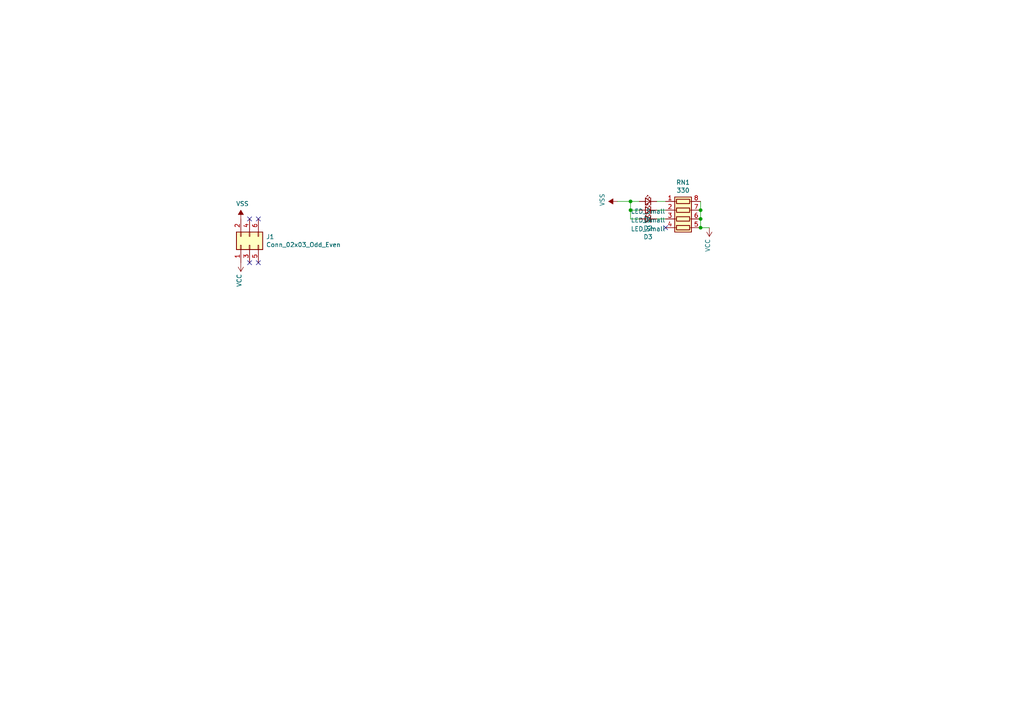
<source format=kicad_sch>
(kicad_sch (version 20210126) (generator eeschema)
  (paper "A4")
  (lib_symbols
    (symbol "Connector_Generic:Conn_02x03_Odd_Even" (pin_names (offset 1.016) hide)
      (property "Reference" "J" (at 1.27 5.08 0))
      (property "Value" "Conn_02x03_Odd_Even" (at 1.27 -5.08 0))
      (symbol "Conn_02x03_Odd_Even_1_1"
        (rectangle (start -1.27 -2.413) (end 0 -2.667) (stroke (width 0.1524)))
        (rectangle (start -1.27 2.667) (end 0 2.413) (stroke (width 0.1524)))
        (rectangle (start -1.27 3.81) (end 3.81 -3.81) (stroke (width 0.254)) (fill (type background)))
        (rectangle (start -1.27 0.127) (end 0 -0.127) (stroke (width 0.1524)))
        (rectangle (start 3.81 -2.413) (end 2.54 -2.667) (stroke (width 0.1524)))
        (rectangle (start 3.81 2.667) (end 2.54 2.413) (stroke (width 0.1524)))
        (rectangle (start 3.81 0.127) (end 2.54 -0.127) (stroke (width 0.1524)))
        (pin passive line (at -5.08 2.54 0) (length 3.81) (name "Pin_1") (number "1"))
        (pin passive line (at 7.62 2.54 180) (length 3.81) (name "Pin_2") (number "2"))
        (pin passive line (at -5.08 0 0) (length 3.81) (name "Pin_3") (number "3"))
        (pin passive line (at 7.62 0 180) (length 3.81) (name "Pin_4") (number "4"))
        (pin passive line (at -5.08 -2.54 0) (length 3.81) (name "Pin_5") (number "5"))
        (pin passive line (at 7.62 -2.54 180) (length 3.81) (name "Pin_6") (number "6"))
      )
    )
    (symbol "Device:LED_Small" (pin_numbers hide) (pin_names (offset 0.254) hide)
      (property "Reference" "D" (at -1.27 3.175 0))
      (property "Value" "LED_Small" (at -4.445 -2.54 0))
      (symbol "LED_Small_0_1"
        (polyline (pts (xy -0.762 -1.016) (xy -0.762 1.016)) (stroke (width 0.254)))
        (polyline (pts (xy 1.016 0) (xy -0.762 0)))
        (polyline (pts (xy 0.762 -1.016) (xy -0.762 0) (xy 0.762 1.016) (xy 0.762 -1.016)) (stroke (width 0.254)))
        (polyline (pts (xy 0 0.762) (xy -0.508 1.27) (xy -0.254 1.27) (xy -0.508 1.27) (xy -0.508 1.016)))
        (polyline (pts (xy 0.508 1.27) (xy 0 1.778) (xy 0.254 1.778) (xy 0 1.778) (xy 0 1.524)))
      )
      (symbol "LED_Small_1_1"
        (pin passive line (at -2.54 0 0) (length 1.778) (name "K") (number "1"))
        (pin passive line (at 2.54 0 180) (length 1.778) (name "A") (number "2"))
      )
    )
    (symbol "Device:R_Pack04" (pin_names (offset 0) hide)
      (property "Reference" "RN" (at -7.62 0 90))
      (property "Value" "R_Pack04" (at 5.08 0 90))
      (symbol "R_Pack04_0_1"
        (rectangle (start -6.35 -2.413) (end 3.81 2.413) (stroke (width 0.254)) (fill (type background)))
        (rectangle (start -5.715 1.905) (end -4.445 -1.905) (stroke (width 0.254)))
        (rectangle (start -3.175 1.905) (end -1.905 -1.905) (stroke (width 0.254)))
        (rectangle (start -0.635 1.905) (end 0.635 -1.905) (stroke (width 0.254)))
        (rectangle (start 1.905 1.905) (end 3.175 -1.905) (stroke (width 0.254)))
        (polyline (pts (xy -5.08 -2.54) (xy -5.08 -1.905)))
        (polyline (pts (xy -5.08 1.905) (xy -5.08 2.54)))
        (polyline (pts (xy -2.54 -2.54) (xy -2.54 -1.905)))
        (polyline (pts (xy -2.54 1.905) (xy -2.54 2.54)))
        (polyline (pts (xy 0 -2.54) (xy 0 -1.905)))
        (polyline (pts (xy 0 1.905) (xy 0 2.54)))
        (polyline (pts (xy 2.54 -2.54) (xy 2.54 -1.905)))
        (polyline (pts (xy 2.54 1.905) (xy 2.54 2.54)))
      )
      (symbol "R_Pack04_1_1"
        (pin passive line (at -5.08 -5.08 90) (length 2.54) (name "R1.1") (number "1"))
        (pin passive line (at -2.54 -5.08 90) (length 2.54) (name "R2.1") (number "2"))
        (pin passive line (at 0 -5.08 90) (length 2.54) (name "R3.1") (number "3"))
        (pin passive line (at 2.54 -5.08 90) (length 2.54) (name "R4.1") (number "4"))
        (pin passive line (at 2.54 5.08 270) (length 2.54) (name "R4.2") (number "5"))
        (pin passive line (at 0 5.08 270) (length 2.54) (name "R3.2") (number "6"))
        (pin passive line (at -2.54 5.08 270) (length 2.54) (name "R2.2") (number "7"))
        (pin passive line (at -5.08 5.08 270) (length 2.54) (name "R1.2") (number "8"))
      )
    )
    (symbol "power:VCC" (power) (pin_names (offset 0))
      (property "Value" "VCC" (at 0 3.81 0))
      (symbol "VCC_0_1"
        (polyline (pts (xy -0.762 1.27) (xy 0 2.54)))
        (polyline (pts (xy 0 0) (xy 0 2.54)))
        (polyline (pts (xy 0 2.54) (xy 0.762 1.27)))
      )
      (symbol "VCC_1_1"
        (pin power_in line (at 0 0 90) (length 0) hide (name "VCC") (number "1"))
      )
    )
    (symbol "power:VSS" (power) (pin_names (offset 0))
      (property "Value" "VSS" (at 0 3.81 0))
      (symbol "VSS_0_1"
        (polyline (pts (xy 0 0) (xy 0 2.54)))
        (polyline (pts (xy 0.762 1.27) (xy -0.762 1.27) (xy 0 2.54) (xy 0.762 1.27)) (fill (type outline)))
      )
      (symbol "VSS_1_1"
        (pin power_in line (at 0 0 90) (length 0) hide (name "VSS") (number "1"))
      )
    )
  )
  (junction (at 182.88 58.42) (diameter 0.9144))
  (junction (at 182.88 60.96) (diameter 0.9144))
  (junction (at 203.2 60.96) (diameter 0.9144))
  (junction (at 203.2 63.5) (diameter 0.9144))
  (junction (at 203.2 66.04) (diameter 0.9144))
  (no_connect (at 72.39 63.5))
  (no_connect (at 72.39 76.2))
  (no_connect (at 74.93 63.5))
  (no_connect (at 74.93 76.2))
  (no_connect (at 193.04 66.04))
  (wire (pts (xy 179.07 58.42) (xy 182.88 58.42)))
  (wire (pts (xy 182.88 58.42) (xy 182.88 60.96)))
  (wire (pts (xy 182.88 58.42) (xy 185.42 58.42)))
  (wire (pts (xy 182.88 60.96) (xy 185.42 60.96)))
  (wire (pts (xy 182.88 63.5) (xy 182.88 60.96)))
  (wire (pts (xy 185.42 63.5) (xy 182.88 63.5)))
  (wire (pts (xy 190.5 58.42) (xy 193.04 58.42)))
  (wire (pts (xy 190.5 60.96) (xy 193.04 60.96)))
  (wire (pts (xy 190.5 63.5) (xy 193.04 63.5)))
  (wire (pts (xy 203.2 58.42) (xy 203.2 60.96)))
  (wire (pts (xy 203.2 60.96) (xy 203.2 63.5)))
  (wire (pts (xy 203.2 63.5) (xy 203.2 66.04)))
  (wire (pts (xy 203.2 66.04) (xy 205.74 66.04)))
  (symbol (lib_id "power:VSS") (at 69.85 63.5 0) (unit 1)
    (property "Reference" "#PWR01" (effects hide))
    (property "Value" "VSS" (at 70.3072 59.1058 0))
  )
  (symbol (lib_id "power:VCC") (at 69.85 76.2 180) (unit 1)
    (property "Reference" "#PWR02" (effects hide))
    (property "Value" "VCC" (at 69.3928 79.4258 90) (effects (justify left)))
  )
  (symbol (lib_id "power:VSS") (at 179.07 58.42 90) (unit 1)
    (property "Reference" "#PWR03" (effects hide))
    (property "Value" "VSS" (at 174.6758 57.9628 0))
  )
  (symbol (lib_id "power:VCC") (at 205.74 66.04 180) (unit 1)
    (property "Reference" "#PWR04" (effects hide))
    (property "Value" "VCC" (at 205.2828 69.2658 90) (effects (justify left)))
  )
  (symbol (lib_id "Device:LED_Small") (at 187.96 58.42 0) (mirror y) (unit 1)
    (property "Reference" "D1" (at 187.96 63.627 0))
    (property "Value" "LED_Small" (at 187.96 61.3156 0))
    (property "Footprint" "Tests:RGBFlashLED" (effects hide))
  )
  (symbol (lib_id "Device:LED_Small") (at 187.96 60.96 0) (mirror y) (unit 1)
    (property "Reference" "D2" (at 187.96 66.167 0))
    (property "Value" "LED_Small" (at 187.96 63.8556 0))
    (property "Footprint" "Tests:RGBFlashLED" (effects hide))
  )
  (symbol (lib_id "Device:LED_Small") (at 187.96 63.5 0) (mirror y) (unit 1)
    (property "Reference" "D3" (at 187.96 68.707 0))
    (property "Value" "LED_Small" (at 187.96 66.3956 0))
    (property "Footprint" "Tests:RGBFlashLED" (effects hide))
  )
  (symbol (lib_id "Connector_Generic:Conn_02x03_Odd_Even") (at 72.39 71.12 90) (unit 1)
    (property "Reference" "J1" (at 77.1652 68.6816 90) (effects (justify right)))
    (property "Value" "Conn_02x03_Odd_Even" (at 77.1652 70.993 90) (effects (justify right)))
    (property "Footprint" "Connector_PinHeader_2.54mm:PinHeader_2x03_P2.54mm_Vertical_SMD" (effects hide))
  )
  (symbol (lib_id "Device:R_Pack04") (at 198.12 63.5 270) (unit 1)
    (property "Reference" "RN1" (at 198.12 52.9082 90))
    (property "Value" "330" (at 198.12 55.2196 90))
    (property "Footprint" "Resistor_SMD:R_Array_Convex_4x0603" (effects hide))
  )
)
</source>
